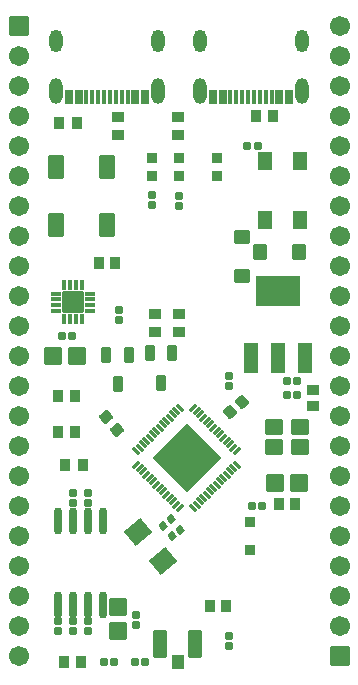
<source format=gts>
G04 Layer: TopSolderMaskLayer*
G04 EasyEDA Pro v2.2.45.4, 2026-01-02 03:19:05*
G04 Gerber Generator version 0.3*
G04 Scale: 100 percent, Rotated: No, Reflected: No*
G04 Dimensions in millimeters*
G04 Leading zeros omitted, absolute positions, 4 integers and 5 decimals*
G04 Generated by one-click*
%FSLAX45Y45*%
%MOMM*%
%AMRoundRect*1,1,$1,$2,$3*1,1,$1,$4,$5*1,1,$1,0-$2,0-$3*1,1,$1,0-$4,0-$5*20,1,$1,$2,$3,$4,$5,0*20,1,$1,$4,$5,0-$2,0-$3,0*20,1,$1,0-$2,0-$3,0-$4,0-$5,0*20,1,$1,0-$4,0-$5,$2,$3,0*4,1,4,$2,$3,$4,$5,0-$2,0-$3,0-$4,0-$5,$2,$3,0*%
%ADD10RoundRect,0.09131X-0.40514X0.45514X0.40514X0.45514*%
%ADD11RoundRect,0.09131X-0.40514X-0.40514X-0.40514X0.40514*%
%ADD12RoundRect,0.09302X-0.50429X0.60429X0.50429X0.60429*%
%ADD13RoundRect,0.09302X-0.60429X-0.50429X-0.60429X0.50429*%
%ADD14RoundRect,0.09588X-0.80286X-0.80286X-0.80286X0.80286*%
%ADD15C,1.7016*%
%ADD16RoundRect,0.0973X-0.52901X1.104X0.52901X1.104*%
%ADD17RoundRect,0.09202X-0.52901X1.104X0.52901X1.104*%
%ADD18RoundRect,0.09169X-0.50417X0.52917X0.50417X0.52917*%
%ADD19RoundRect,0.09131X-0.40514X0.43715X0.40514X0.43715*%
%ADD20RoundRect,0.09131X-0.40514X0.40514X0.40514X0.40514*%
%ADD21RoundRect,0.09302X-0.50429X-0.75429X-0.50429X0.75429*%
%ADD22RoundRect,0.09017X-0.35571X0.63072X0.35571X0.63072*%
%ADD23RoundRect,0.09138X-0.07237X-0.59379X-0.59733X0.03184*%
%ADD24RoundRect,0.09138X-0.40835X0.43711X0.40835X0.43711*%
%ADD25RoundRect,0.09138X-0.43711X-0.40835X-0.43711X0.40835*%
%ADD26RoundRect,0.0944X-0.6186X0.9336X0.6186X0.9336*%
%ADD27RoundRect,0.076X0.1644X-0.32393X-0.32393X0.1644*%
%ADD28RoundRect,0.076X-0.1644X-0.32393X-0.32393X-0.1644*%
%ADD29RoundRect,0.09914X0.0X-2.83016X-2.83016X0.0*%
%ADD30O,0.71059X2.30609*%
%ADD31RoundRect,0.08752X-0.30625X0.58126X0.30625X0.58126*%
%ADD32RoundRect,0.08002X-0.16X0.58501X0.16X0.58501*%
%ADD33O,1.1016X1.9016*%
%ADD34O,1.1016X2.2016*%
%ADD35RoundRect,0.07882X-0.13639X0.38639X0.13639X0.38639*%
%ADD36RoundRect,0.07882X-0.38639X0.13639X0.38639X0.13639*%
%ADD37RoundRect,0.09618X-0.85271X0.85271X0.85271X0.85271*%
%ADD38RoundRect,0.09336X-0.52912X-1.23662X-0.52912X1.23662*%
%ADD39RoundRect,0.09773X-1.77193X-1.23443X-1.77193X1.23443*%
%ADD40RoundRect,0.09424X-0.70368X0.60368X0.70368X0.60368*%
%ADD41RoundRect,0.08692X-0.37541X0.04704X0.01886X0.37787*%
%ADD42RoundRect,0.08692X-0.27734X-0.25734X-0.27734X0.25734*%
%ADD43RoundRect,0.08692X-0.25734X0.27734X0.25734X0.27734*%
%ADD44RoundRect,0.09495X-0.67833X-0.70833X-0.67833X0.70833*%
%ADD45RoundRect,0.09495X-0.70833X0.67833X0.70833X0.67833*%
%ADD46RoundRect,0.09549X-0.18496X-1.12846X-1.14344X0.0138*%
%ADD47RoundRect,0.09131X-0.60292X0.08824X0.0178X0.60908*%
%ADD48RoundRect,0.09131X-0.45514X-0.40514X-0.45514X0.40514*%
%ADD49RoundRect,0.08771X-0.27695X-0.28977X-0.27695X0.28977*%
%ADD50RoundRect,0.08771X-0.28977X0.27695X0.28977X0.27695*%
%ADD51C,1.6256*%
G75*


G04 Pad Start*
G54D10*
G01X959002Y3467100D03*
G01X818998Y3467100D03*
G54D11*
G01X2095500Y1276198D03*
G01X2095500Y1035202D03*
G54D12*
G01X2514501Y3556000D03*
G01X2184499Y3556000D03*
G54D13*
G01X2032000Y3682901D03*
G01X2032000Y3352899D03*
G54D14*
G01X2857500Y139700D03*
G54D15*
G01X2857500Y393700D03*
G01X2857500Y647700D03*
G01X2857500Y901700D03*
G01X2857500Y1155700D03*
G01X2857500Y1409700D03*
G01X2857500Y1663700D03*
G01X2857500Y1917700D03*
G01X2857500Y2171700D03*
G01X2857500Y2425700D03*
G01X2857500Y2679700D03*
G01X2857500Y2933700D03*
G01X2857500Y3187700D03*
G01X2857500Y3441700D03*
G01X2857500Y3695700D03*
G01X2857500Y3949700D03*
G01X2857500Y4203700D03*
G01X2857500Y4457700D03*
G01X2857500Y4711700D03*
G01X2857500Y4965700D03*
G01X2857500Y5219700D03*
G01X2857500Y5473700D03*
G54D14*
G01X139700Y5473700D03*
G54D15*
G01X139700Y5219700D03*
G01X139700Y4965700D03*
G01X139700Y4711700D03*
G01X139700Y4457700D03*
G01X139700Y4203700D03*
G01X139700Y3949700D03*
G01X139700Y3695700D03*
G01X139700Y3441700D03*
G01X139700Y3187700D03*
G01X139700Y2933700D03*
G01X139700Y2679700D03*
G01X139700Y2425700D03*
G01X139700Y2171700D03*
G01X139700Y1917700D03*
G01X139700Y1663700D03*
G01X139700Y1409700D03*
G01X139700Y1155700D03*
G01X139700Y901700D03*
G01X139700Y647700D03*
G01X139700Y393700D03*
G01X139700Y139700D03*
G54D17*
G01X1633398Y241338D03*
G01X1338402Y241338D03*
G54D18*
G01X1485900Y88862D03*
G54D19*
G01X666890Y88900D03*
G01X526910Y88900D03*
G01X1898790Y558800D03*
G01X1758810Y558800D03*
G54D20*
G01X1498257Y4354800D03*
G01X1498943Y4205000D03*
G01X1269644Y4354800D03*
G01X1270356Y4205000D03*
G54D21*
G01X2224913Y3826701D03*
G01X2524887Y3826701D03*
G01X2524887Y4326700D03*
G01X2224913Y4326700D03*
G54D20*
G01X1815744Y4354800D03*
G01X1816456Y4205000D03*
G54D22*
G01X977900Y2440432D03*
G01X882904Y2690368D03*
G01X1072896Y2690368D03*
G01X1346200Y2453132D03*
G01X1251204Y2703068D03*
G01X1441196Y2703068D03*
G54D23*
G01X975525Y2050489D03*
G01X878675Y2165911D03*
G54D24*
G01X621436Y2032000D03*
G01X470764Y2032000D03*
G54D25*
G01X1295400Y3034436D03*
G01X1295400Y2883764D03*
G01X1498600Y2883764D03*
G01X1498600Y3034436D03*
G54D26*
G01X454609Y3784600D03*
G01X891591Y3784600D03*
G01X454609Y4279900D03*
G01X891591Y4279900D03*
G54D27*
G01X1619196Y1391298D03*
G01X1647484Y1419586D03*
G01X1675772Y1447874D03*
G01X1704042Y1476143D03*
G01X1732330Y1504431D03*
G01X1760618Y1532719D03*
G01X1788905Y1561007D03*
G01X1817193Y1589295D03*
G01X1845463Y1617564D03*
G01X1873751Y1645852D03*
G01X1902039Y1674140D03*
G01X1930326Y1702428D03*
G01X1958614Y1730716D03*
G01X1986884Y1758986D03*
G54D28*
G01X1986884Y1873214D03*
G01X1958614Y1901484D03*
G01X1930326Y1929772D03*
G01X1902039Y1958060D03*
G01X1873751Y1986348D03*
G01X1845463Y2014636D03*
G01X1817193Y2042905D03*
G01X1788905Y2071193D03*
G01X1760618Y2099481D03*
G01X1732330Y2127769D03*
G01X1704042Y2156057D03*
G01X1675772Y2184326D03*
G01X1647484Y2212614D03*
G01X1619196Y2240902D03*
G54D27*
G01X1504986Y2240884D03*
G01X1476716Y2212614D03*
G01X1448428Y2184326D03*
G01X1420140Y2156039D03*
G01X1391852Y2127751D03*
G01X1363564Y2099463D03*
G01X1335295Y2071193D03*
G01X1307007Y2042905D03*
G01X1278719Y2014618D03*
G01X1250431Y1986330D03*
G01X1222143Y1958042D03*
G01X1193874Y1929772D03*
G01X1165586Y1901484D03*
G01X1137298Y1873196D03*
G54D28*
G01X1137298Y1759004D03*
G01X1165586Y1730716D03*
G01X1193874Y1702428D03*
G01X1222143Y1674158D03*
G01X1250431Y1645870D03*
G01X1278719Y1617582D03*
G01X1307007Y1589295D03*
G01X1335295Y1561007D03*
G01X1363564Y1532737D03*
G01X1391852Y1504449D03*
G01X1420140Y1476161D03*
G01X1448428Y1447874D03*
G01X1476716Y1419586D03*
G01X1504986Y1391316D03*
G54D29*
G01X1562082Y1816100D03*
G54D30*
G01X850900Y1281328D03*
G01X723900Y1281328D03*
G01X596900Y1281328D03*
G01X469900Y1281328D03*
G01X850900Y572872D03*
G01X723900Y572872D03*
G01X596900Y572872D03*
G01X469900Y572872D03*
G54D31*
G01X649008Y4868164D03*
G54D32*
G01X713981Y4868164D03*
G01X763994Y4868164D03*
G01X813981Y4868164D03*
G01X863994Y4868164D03*
G01X913981Y4868164D03*
G01X963994Y4868164D03*
G01X1013981Y4868164D03*
G01X1063993Y4868164D03*
G54D31*
G01X1128992Y4868164D03*
G01X568998Y4868164D03*
G01X1209002Y4868164D03*
G54D33*
G01X1320991Y5342636D03*
G54D34*
G01X1320991Y4924628D03*
G01X457010Y4924628D03*
G54D33*
G01X457010Y5342636D03*
G54D31*
G01X1868208Y4868164D03*
G54D32*
G01X1933181Y4868164D03*
G01X1983194Y4868164D03*
G01X2033181Y4868164D03*
G01X2083194Y4868164D03*
G01X2133181Y4868164D03*
G01X2183194Y4868164D03*
G01X2233181Y4868164D03*
G01X2283193Y4868164D03*
G54D31*
G01X2348192Y4868164D03*
G01X1788198Y4868164D03*
G01X2428202Y4868164D03*
G54D33*
G01X2540191Y5342636D03*
G54D34*
G01X2540191Y4924628D03*
G01X1676210Y4924628D03*
G54D33*
G01X1676210Y5342636D03*
G54D35*
G01X525384Y2987723D03*
G01X575371Y2987723D03*
G01X625384Y2987723D03*
G01X675371Y2987698D03*
G54D36*
G01X745221Y3057726D03*
G01X745221Y3107713D03*
G01X745221Y3157725D03*
G01X745221Y3207713D03*
G54D35*
G01X675218Y3277715D03*
G01X625231Y3277715D03*
G01X575219Y3277715D03*
G01X525308Y3277715D03*
G54D36*
G01X455229Y3207713D03*
G01X455229Y3157725D03*
G01X455229Y3107713D03*
G01X455229Y3057726D03*
G54D37*
G01X600263Y3132706D03*
G54D38*
G01X2106803Y2660650D03*
G01X2336800Y2660650D03*
G01X2566797Y2660650D03*
G54D39*
G01X2336800Y3232150D03*
G54D40*
G01X2302993Y1908899D03*
G01X2523007Y1908899D03*
G01X2523007Y2078901D03*
G01X2302993Y2078901D03*
G54D41*
G01X1441017Y1154095D03*
G01X1505383Y1208105D03*
G54D42*
G01X1917700Y2505812D03*
G01X1917700Y2421788D03*
G54D43*
G01X2493112Y2463800D03*
G01X2409088Y2463800D03*
G01X2409088Y2349500D03*
G01X2493112Y2349500D03*
G54D44*
G01X985398Y551998D03*
G01X985398Y351998D03*
G54D45*
G01X2513000Y1600200D03*
G01X2313000Y1600200D03*
G54D41*
G01X1364817Y1242995D03*
G01X1429183Y1297005D03*
G54D46*
G01X1359669Y944801D03*
G01X1154931Y1188799D03*
G54D42*
G01X990600Y2980588D03*
G01X990600Y3064612D03*
G54D43*
G01X943712Y88900D03*
G01X859688Y88900D03*
G54D42*
G01X1130300Y486512D03*
G01X1130300Y402488D03*
G54D43*
G01X504088Y2844800D03*
G01X588112Y2844800D03*
G54D47*
G01X1927575Y2202903D03*
G01X2034825Y2292897D03*
G54D43*
G01X1210412Y88900D03*
G01X1126388Y88900D03*
G54D42*
G01X1917700Y308712D03*
G01X1917700Y224688D03*
G54D10*
G01X2342998Y1422400D03*
G01X2483002Y1422400D03*
G54D48*
G01X2628900Y2394102D03*
G01X2628900Y2254098D03*
G54D45*
G01X433400Y2679700D03*
G01X633400Y2679700D03*
G54D49*
G01X723900Y436982D03*
G01X723900Y350418D03*
G01X596900Y1429918D03*
G01X596900Y1516482D03*
G01X596900Y436982D03*
G01X596900Y350418D03*
G01X723900Y1429918D03*
G01X723900Y1516482D03*
G01X469900Y436982D03*
G01X469900Y350418D03*
G54D50*
G01X2202282Y1409700D03*
G01X2115718Y1409700D03*
G54D25*
G01X977900Y4698136D03*
G01X977900Y4547464D03*
G01X1485900Y4698136D03*
G01X1485900Y4547464D03*
G54D24*
G01X2297836Y4711700D03*
G01X2147164Y4711700D03*
G01X634136Y4648200D03*
G01X483464Y4648200D03*
G01X684936Y1752600D03*
G01X534264Y1752600D03*
G01X470764Y2336800D03*
G01X621436Y2336800D03*
G54D50*
G01X2164182Y4457700D03*
G01X2077618Y4457700D03*
G54D49*
G01X1498600Y3944518D03*
G01X1498600Y4031082D03*
G01X1270000Y3957218D03*
G01X1270000Y4043782D03*
G54D51*
G01X2336800Y3225800D03*
G04 Pad End*

M02*


</source>
